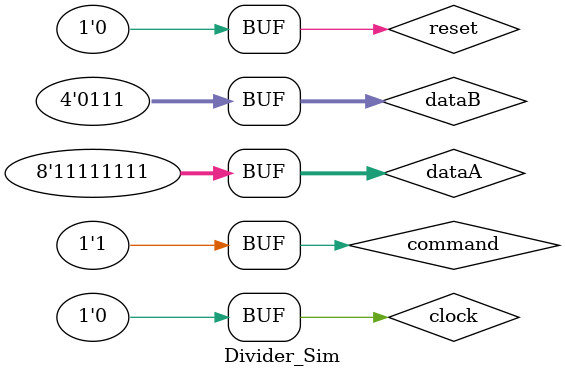
<source format=v>
`timescale 1ns / 1ps


module Divider_Sim;
    
    reg clock, reset, command;
reg [3:0] dataB;
reg [7:0] dataA;
wire done;
wire [7:0] quotient;
wire [7:0] remainder;
wire [2:0] i;
wire [15:0] registerRA;
wire [1:0] state_reg;
divider uut(clock, reset, command, dataA, dataB, quotient, i, registerRA, state_reg, remainder, done);
initial begin

#1 reset=1;clock=0;command=0;
#1 clock=~clock;
#1 reset=1; dataA=8'd255; dataB=4'd7; clock=~clock;
#1 clock=~clock;
#1 clock=~clock;
#1 reset=0; clock=~clock;
#1 clock=~clock;
#1 clock=~clock;
#1 command=1;  clock=~clock;
repeat(100)
#1 clock=~clock;

end
    
    
endmodule

</source>
